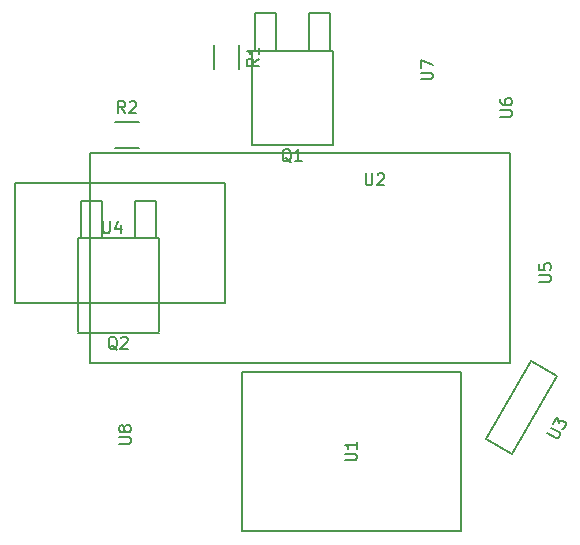
<source format=gbr>
G04 #@! TF.FileFunction,Legend,Top*
%FSLAX46Y46*%
G04 Gerber Fmt 4.6, Leading zero omitted, Abs format (unit mm)*
G04 Created by KiCad (PCBNEW 4.0.4+e1-6308~48~ubuntu16.04.1-stable) date Sun Dec  4 20:09:00 2016*
%MOMM*%
%LPD*%
G01*
G04 APERTURE LIST*
%ADD10C,0.100000*%
%ADD11C,0.150000*%
G04 APERTURE END LIST*
D10*
D11*
X34544000Y-21463000D02*
X34544000Y-18288000D01*
X34544000Y-18288000D02*
X32766000Y-18288000D01*
X32766000Y-18288000D02*
X32766000Y-21463000D01*
X39116000Y-21463000D02*
X39116000Y-18288000D01*
X39116000Y-18288000D02*
X37338000Y-18288000D01*
X37338000Y-18288000D02*
X37338000Y-21463000D01*
X32512000Y-27559000D02*
X32512000Y-21463000D01*
X32512000Y-21463000D02*
X39370000Y-21463000D01*
X39370000Y-21463000D02*
X39370000Y-29337000D01*
X39370000Y-29464000D02*
X32512000Y-29464000D01*
X32512000Y-29337000D02*
X32512000Y-27559000D01*
X19812000Y-37338000D02*
X19812000Y-34163000D01*
X19812000Y-34163000D02*
X18034000Y-34163000D01*
X18034000Y-34163000D02*
X18034000Y-37338000D01*
X24384000Y-37338000D02*
X24384000Y-34163000D01*
X24384000Y-34163000D02*
X22606000Y-34163000D01*
X22606000Y-34163000D02*
X22606000Y-37338000D01*
X17780000Y-43434000D02*
X17780000Y-37338000D01*
X17780000Y-37338000D02*
X24638000Y-37338000D01*
X24638000Y-37338000D02*
X24638000Y-45212000D01*
X24638000Y-45339000D02*
X17780000Y-45339000D01*
X17780000Y-45212000D02*
X17780000Y-43434000D01*
X29278000Y-22971000D02*
X29278000Y-20971000D01*
X31428000Y-20971000D02*
X31428000Y-22971000D01*
X22971000Y-29650000D02*
X20971000Y-29650000D01*
X20971000Y-27500000D02*
X22971000Y-27500000D01*
X31702000Y-62122000D02*
X31702000Y-48622000D01*
X31702000Y-48622000D02*
X50202000Y-48622000D01*
X50202000Y-48622000D02*
X50202000Y-62122000D01*
X50202000Y-62122000D02*
X31702000Y-62122000D01*
X30226000Y-42799000D02*
X12446000Y-42799000D01*
X12446000Y-42799000D02*
X12446000Y-32639000D01*
X12446000Y-32639000D02*
X30226000Y-32639000D01*
X30226000Y-32639000D02*
X30226000Y-42799000D01*
X54356000Y-30734000D02*
X54356000Y-47879000D01*
X54356000Y-47879000D02*
X18796000Y-47879000D01*
X18796000Y-47879000D02*
X18796000Y-30099000D01*
X18796000Y-30099000D02*
X54356000Y-30099000D01*
X54356000Y-30099000D02*
X54356000Y-30734000D01*
X56136443Y-47754443D02*
X52326443Y-54353557D01*
X52326443Y-54353557D02*
X54526148Y-55623557D01*
X54526148Y-55623557D02*
X58336148Y-49024443D01*
X58336148Y-49024443D02*
X56136443Y-47754443D01*
X35845762Y-30900619D02*
X35750524Y-30853000D01*
X35655286Y-30757762D01*
X35512429Y-30614905D01*
X35417190Y-30567286D01*
X35321952Y-30567286D01*
X35369571Y-30805381D02*
X35274333Y-30757762D01*
X35179095Y-30662524D01*
X35131476Y-30472048D01*
X35131476Y-30138714D01*
X35179095Y-29948238D01*
X35274333Y-29853000D01*
X35369571Y-29805381D01*
X35560048Y-29805381D01*
X35655286Y-29853000D01*
X35750524Y-29948238D01*
X35798143Y-30138714D01*
X35798143Y-30472048D01*
X35750524Y-30662524D01*
X35655286Y-30757762D01*
X35560048Y-30805381D01*
X35369571Y-30805381D01*
X36750524Y-30805381D02*
X36179095Y-30805381D01*
X36464809Y-30805381D02*
X36464809Y-29805381D01*
X36369571Y-29948238D01*
X36274333Y-30043476D01*
X36179095Y-30091095D01*
X21113762Y-46775619D02*
X21018524Y-46728000D01*
X20923286Y-46632762D01*
X20780429Y-46489905D01*
X20685190Y-46442286D01*
X20589952Y-46442286D01*
X20637571Y-46680381D02*
X20542333Y-46632762D01*
X20447095Y-46537524D01*
X20399476Y-46347048D01*
X20399476Y-46013714D01*
X20447095Y-45823238D01*
X20542333Y-45728000D01*
X20637571Y-45680381D01*
X20828048Y-45680381D01*
X20923286Y-45728000D01*
X21018524Y-45823238D01*
X21066143Y-46013714D01*
X21066143Y-46347048D01*
X21018524Y-46537524D01*
X20923286Y-46632762D01*
X20828048Y-46680381D01*
X20637571Y-46680381D01*
X21447095Y-45775619D02*
X21494714Y-45728000D01*
X21589952Y-45680381D01*
X21828048Y-45680381D01*
X21923286Y-45728000D01*
X21970905Y-45775619D01*
X22018524Y-45870857D01*
X22018524Y-45966095D01*
X21970905Y-46108952D01*
X21399476Y-46680381D01*
X22018524Y-46680381D01*
X33105381Y-22137666D02*
X32629190Y-22471000D01*
X33105381Y-22709095D02*
X32105381Y-22709095D01*
X32105381Y-22328142D01*
X32153000Y-22232904D01*
X32200619Y-22185285D01*
X32295857Y-22137666D01*
X32438714Y-22137666D01*
X32533952Y-22185285D01*
X32581571Y-22232904D01*
X32629190Y-22328142D01*
X32629190Y-22709095D01*
X33105381Y-21185285D02*
X33105381Y-21756714D01*
X33105381Y-21471000D02*
X32105381Y-21471000D01*
X32248238Y-21566238D01*
X32343476Y-21661476D01*
X32391095Y-21756714D01*
X21804334Y-26727381D02*
X21471000Y-26251190D01*
X21232905Y-26727381D02*
X21232905Y-25727381D01*
X21613858Y-25727381D01*
X21709096Y-25775000D01*
X21756715Y-25822619D01*
X21804334Y-25917857D01*
X21804334Y-26060714D01*
X21756715Y-26155952D01*
X21709096Y-26203571D01*
X21613858Y-26251190D01*
X21232905Y-26251190D01*
X22185286Y-25822619D02*
X22232905Y-25775000D01*
X22328143Y-25727381D01*
X22566239Y-25727381D01*
X22661477Y-25775000D01*
X22709096Y-25822619D01*
X22756715Y-25917857D01*
X22756715Y-26013095D01*
X22709096Y-26155952D01*
X22137667Y-26727381D01*
X22756715Y-26727381D01*
X40404381Y-56133905D02*
X41213905Y-56133905D01*
X41309143Y-56086286D01*
X41356762Y-56038667D01*
X41404381Y-55943429D01*
X41404381Y-55752952D01*
X41356762Y-55657714D01*
X41309143Y-55610095D01*
X41213905Y-55562476D01*
X40404381Y-55562476D01*
X41404381Y-54562476D02*
X41404381Y-55133905D01*
X41404381Y-54848191D02*
X40404381Y-54848191D01*
X40547238Y-54943429D01*
X40642476Y-55038667D01*
X40690095Y-55133905D01*
X42164095Y-31837381D02*
X42164095Y-32646905D01*
X42211714Y-32742143D01*
X42259333Y-32789762D01*
X42354571Y-32837381D01*
X42545048Y-32837381D01*
X42640286Y-32789762D01*
X42687905Y-32742143D01*
X42735524Y-32646905D01*
X42735524Y-31837381D01*
X43164095Y-31932619D02*
X43211714Y-31885000D01*
X43306952Y-31837381D01*
X43545048Y-31837381D01*
X43640286Y-31885000D01*
X43687905Y-31932619D01*
X43735524Y-32027857D01*
X43735524Y-32123095D01*
X43687905Y-32265952D01*
X43116476Y-32837381D01*
X43735524Y-32837381D01*
X19939095Y-35901381D02*
X19939095Y-36710905D01*
X19986714Y-36806143D01*
X20034333Y-36853762D01*
X20129571Y-36901381D01*
X20320048Y-36901381D01*
X20415286Y-36853762D01*
X20462905Y-36806143D01*
X20510524Y-36710905D01*
X20510524Y-35901381D01*
X21415286Y-36234714D02*
X21415286Y-36901381D01*
X21177190Y-35853762D02*
X20939095Y-36568048D01*
X21558143Y-36568048D01*
X56848381Y-41020905D02*
X57657905Y-41020905D01*
X57753143Y-40973286D01*
X57800762Y-40925667D01*
X57848381Y-40830429D01*
X57848381Y-40639952D01*
X57800762Y-40544714D01*
X57753143Y-40497095D01*
X57657905Y-40449476D01*
X56848381Y-40449476D01*
X56848381Y-39497095D02*
X56848381Y-39973286D01*
X57324571Y-40020905D01*
X57276952Y-39973286D01*
X57229333Y-39878048D01*
X57229333Y-39639952D01*
X57276952Y-39544714D01*
X57324571Y-39497095D01*
X57419810Y-39449476D01*
X57657905Y-39449476D01*
X57753143Y-39497095D01*
X57800762Y-39544714D01*
X57848381Y-39639952D01*
X57848381Y-39878048D01*
X57800762Y-39973286D01*
X57753143Y-40020905D01*
X53554381Y-27050905D02*
X54363905Y-27050905D01*
X54459143Y-27003286D01*
X54506762Y-26955667D01*
X54554381Y-26860429D01*
X54554381Y-26669952D01*
X54506762Y-26574714D01*
X54459143Y-26527095D01*
X54363905Y-26479476D01*
X53554381Y-26479476D01*
X53554381Y-25574714D02*
X53554381Y-25765191D01*
X53602000Y-25860429D01*
X53649619Y-25908048D01*
X53792476Y-26003286D01*
X53982952Y-26050905D01*
X54363905Y-26050905D01*
X54459143Y-26003286D01*
X54506762Y-25955667D01*
X54554381Y-25860429D01*
X54554381Y-25669952D01*
X54506762Y-25574714D01*
X54459143Y-25527095D01*
X54363905Y-25479476D01*
X54125810Y-25479476D01*
X54030571Y-25527095D01*
X53982952Y-25574714D01*
X53935333Y-25669952D01*
X53935333Y-25860429D01*
X53982952Y-25955667D01*
X54030571Y-26003286D01*
X54125810Y-26050905D01*
X46823381Y-23875905D02*
X47632905Y-23875905D01*
X47728143Y-23828286D01*
X47775762Y-23780667D01*
X47823381Y-23685429D01*
X47823381Y-23494952D01*
X47775762Y-23399714D01*
X47728143Y-23352095D01*
X47632905Y-23304476D01*
X46823381Y-23304476D01*
X46823381Y-22923524D02*
X46823381Y-22256857D01*
X47823381Y-22685429D01*
X21296381Y-54736905D02*
X22105905Y-54736905D01*
X22201143Y-54689286D01*
X22248762Y-54641667D01*
X22296381Y-54546429D01*
X22296381Y-54355952D01*
X22248762Y-54260714D01*
X22201143Y-54213095D01*
X22105905Y-54165476D01*
X21296381Y-54165476D01*
X21724952Y-53546429D02*
X21677333Y-53641667D01*
X21629714Y-53689286D01*
X21534476Y-53736905D01*
X21486857Y-53736905D01*
X21391619Y-53689286D01*
X21344000Y-53641667D01*
X21296381Y-53546429D01*
X21296381Y-53355952D01*
X21344000Y-53260714D01*
X21391619Y-53213095D01*
X21486857Y-53165476D01*
X21534476Y-53165476D01*
X21629714Y-53213095D01*
X21677333Y-53260714D01*
X21724952Y-53355952D01*
X21724952Y-53546429D01*
X21772571Y-53641667D01*
X21820190Y-53689286D01*
X21915429Y-53736905D01*
X22105905Y-53736905D01*
X22201143Y-53689286D01*
X22248762Y-53641667D01*
X22296381Y-53546429D01*
X22296381Y-53355952D01*
X22248762Y-53260714D01*
X22201143Y-53213095D01*
X22105905Y-53165476D01*
X21915429Y-53165476D01*
X21820190Y-53213095D01*
X21772571Y-53260714D01*
X21724952Y-53355952D01*
X57541821Y-53845020D02*
X58242889Y-54249782D01*
X58349177Y-54256161D01*
X58414226Y-54238732D01*
X58503084Y-54180063D01*
X58598322Y-54015105D01*
X58604702Y-53908817D01*
X58587272Y-53843768D01*
X58528603Y-53754910D01*
X57827535Y-53350148D01*
X58018011Y-53020233D02*
X58327535Y-52484122D01*
X58490782Y-52963274D01*
X58562211Y-52839555D01*
X58651069Y-52780886D01*
X58716118Y-52763456D01*
X58822407Y-52769837D01*
X59028603Y-52888884D01*
X59087272Y-52977742D01*
X59104702Y-53042791D01*
X59098322Y-53149079D01*
X58955465Y-53396516D01*
X58866607Y-53455185D01*
X58801558Y-53472614D01*
M02*

</source>
